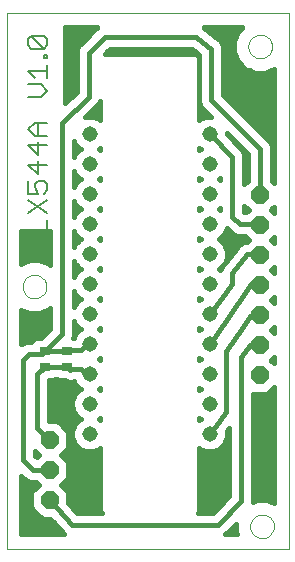
<source format=gbr>
G75*
%MOIN*%
%OFA0B0*%
%FSLAX24Y24*%
%IPPOS*%
%LPD*%
%AMOC8*
5,1,8,0,0,1.08239X$1,22.5*
%
%ADD10C,0.0000*%
%ADD11C,0.0060*%
%ADD12C,0.0515*%
%ADD13R,0.0354X0.0276*%
%ADD14OC8,0.0594*%
%ADD15C,0.0160*%
D10*
X006049Y004059D02*
X006049Y021915D01*
X015431Y021915D01*
X015431Y004059D01*
X006049Y004059D01*
X006570Y012793D02*
X006572Y012832D01*
X006578Y012871D01*
X006588Y012909D01*
X006601Y012946D01*
X006618Y012981D01*
X006638Y013015D01*
X006662Y013046D01*
X006689Y013075D01*
X006718Y013101D01*
X006750Y013124D01*
X006784Y013144D01*
X006820Y013160D01*
X006857Y013172D01*
X006896Y013181D01*
X006935Y013186D01*
X006974Y013187D01*
X007013Y013184D01*
X007052Y013177D01*
X007089Y013166D01*
X007126Y013152D01*
X007161Y013134D01*
X007194Y013113D01*
X007225Y013088D01*
X007253Y013061D01*
X007278Y013031D01*
X007300Y012998D01*
X007319Y012964D01*
X007334Y012928D01*
X007346Y012890D01*
X007354Y012852D01*
X007358Y012813D01*
X007358Y012773D01*
X007354Y012734D01*
X007346Y012696D01*
X007334Y012658D01*
X007319Y012622D01*
X007300Y012588D01*
X007278Y012555D01*
X007253Y012525D01*
X007225Y012498D01*
X007194Y012473D01*
X007161Y012452D01*
X007126Y012434D01*
X007089Y012420D01*
X007052Y012409D01*
X007013Y012402D01*
X006974Y012399D01*
X006935Y012400D01*
X006896Y012405D01*
X006857Y012414D01*
X006820Y012426D01*
X006784Y012442D01*
X006750Y012462D01*
X006718Y012485D01*
X006689Y012511D01*
X006662Y012540D01*
X006638Y012571D01*
X006618Y012605D01*
X006601Y012640D01*
X006588Y012677D01*
X006578Y012715D01*
X006572Y012754D01*
X006570Y012793D01*
X014090Y020795D02*
X014092Y020834D01*
X014098Y020873D01*
X014108Y020911D01*
X014121Y020948D01*
X014138Y020983D01*
X014158Y021017D01*
X014182Y021048D01*
X014209Y021077D01*
X014238Y021103D01*
X014270Y021126D01*
X014304Y021146D01*
X014340Y021162D01*
X014377Y021174D01*
X014416Y021183D01*
X014455Y021188D01*
X014494Y021189D01*
X014533Y021186D01*
X014572Y021179D01*
X014609Y021168D01*
X014646Y021154D01*
X014681Y021136D01*
X014714Y021115D01*
X014745Y021090D01*
X014773Y021063D01*
X014798Y021033D01*
X014820Y021000D01*
X014839Y020966D01*
X014854Y020930D01*
X014866Y020892D01*
X014874Y020854D01*
X014878Y020815D01*
X014878Y020775D01*
X014874Y020736D01*
X014866Y020698D01*
X014854Y020660D01*
X014839Y020624D01*
X014820Y020590D01*
X014798Y020557D01*
X014773Y020527D01*
X014745Y020500D01*
X014714Y020475D01*
X014681Y020454D01*
X014646Y020436D01*
X014609Y020422D01*
X014572Y020411D01*
X014533Y020404D01*
X014494Y020401D01*
X014455Y020402D01*
X014416Y020407D01*
X014377Y020416D01*
X014340Y020428D01*
X014304Y020444D01*
X014270Y020464D01*
X014238Y020487D01*
X014209Y020513D01*
X014182Y020542D01*
X014158Y020573D01*
X014138Y020607D01*
X014121Y020642D01*
X014108Y020679D01*
X014098Y020717D01*
X014092Y020756D01*
X014090Y020795D01*
X014155Y004801D02*
X014157Y004840D01*
X014163Y004879D01*
X014173Y004917D01*
X014186Y004954D01*
X014203Y004989D01*
X014223Y005023D01*
X014247Y005054D01*
X014274Y005083D01*
X014303Y005109D01*
X014335Y005132D01*
X014369Y005152D01*
X014405Y005168D01*
X014442Y005180D01*
X014481Y005189D01*
X014520Y005194D01*
X014559Y005195D01*
X014598Y005192D01*
X014637Y005185D01*
X014674Y005174D01*
X014711Y005160D01*
X014746Y005142D01*
X014779Y005121D01*
X014810Y005096D01*
X014838Y005069D01*
X014863Y005039D01*
X014885Y005006D01*
X014904Y004972D01*
X014919Y004936D01*
X014931Y004898D01*
X014939Y004860D01*
X014943Y004821D01*
X014943Y004781D01*
X014939Y004742D01*
X014931Y004704D01*
X014919Y004666D01*
X014904Y004630D01*
X014885Y004596D01*
X014863Y004563D01*
X014838Y004533D01*
X014810Y004506D01*
X014779Y004481D01*
X014746Y004460D01*
X014711Y004442D01*
X014674Y004428D01*
X014637Y004417D01*
X014598Y004410D01*
X014559Y004407D01*
X014520Y004408D01*
X014481Y004413D01*
X014442Y004422D01*
X014405Y004434D01*
X014369Y004450D01*
X014335Y004470D01*
X014303Y004493D01*
X014274Y004519D01*
X014247Y004548D01*
X014223Y004579D01*
X014203Y004613D01*
X014186Y004648D01*
X014173Y004685D01*
X014163Y004723D01*
X014157Y004762D01*
X014155Y004801D01*
D11*
X007394Y014173D02*
X007394Y014386D01*
X007394Y014279D02*
X006754Y014279D01*
X006754Y014173D02*
X006754Y014386D01*
X006754Y014602D02*
X007394Y014602D01*
X007394Y015029D01*
X007394Y015247D02*
X006754Y015674D01*
X006754Y015891D02*
X007074Y015891D01*
X006967Y016105D01*
X006967Y016212D01*
X007074Y016319D01*
X007287Y016319D01*
X007394Y016212D01*
X007394Y015998D01*
X007287Y015891D01*
X007394Y015674D02*
X006754Y015247D01*
X006754Y015891D02*
X006754Y016319D01*
X007074Y016536D02*
X007074Y016963D01*
X007074Y017181D02*
X007074Y017608D01*
X007074Y017825D02*
X007074Y018252D01*
X006967Y018252D02*
X007394Y018252D01*
X007394Y017825D02*
X006967Y017825D01*
X006754Y018039D01*
X006967Y018252D01*
X006754Y017501D02*
X007074Y017181D01*
X007394Y017501D02*
X006754Y017501D01*
X006754Y016856D02*
X007074Y016536D01*
X007394Y016856D02*
X006754Y016856D01*
X006754Y019114D02*
X007181Y019114D01*
X007394Y019328D01*
X007181Y019541D01*
X006754Y019541D01*
X006967Y019759D02*
X006754Y019972D01*
X007394Y019972D01*
X007394Y019759D02*
X007394Y020186D01*
X007394Y020403D02*
X007394Y020510D01*
X007287Y020510D01*
X007287Y020403D01*
X007394Y020403D01*
X007287Y020726D02*
X006860Y021153D01*
X007287Y021153D01*
X007394Y021046D01*
X007394Y020832D01*
X007287Y020726D01*
X006860Y020726D01*
X006754Y020832D01*
X006754Y021046D01*
X006860Y021153D01*
D12*
X008803Y017878D03*
X008803Y016878D03*
X008803Y015878D03*
X008803Y014878D03*
X008803Y013878D03*
X008803Y012878D03*
X008803Y011878D03*
X008803Y010878D03*
X008803Y009878D03*
X008803Y008878D03*
X008803Y007878D03*
X012803Y007878D03*
X012803Y008878D03*
X012803Y009878D03*
X012803Y010878D03*
X012803Y011878D03*
X012803Y012878D03*
X012803Y013878D03*
X012803Y014878D03*
X012803Y015878D03*
X012803Y016878D03*
X012803Y017878D03*
D13*
X008053Y010633D03*
X008053Y010122D03*
X007303Y010122D03*
X007303Y010633D03*
D14*
X007478Y007679D03*
X007478Y006679D03*
X007478Y005679D03*
X014470Y009846D03*
X014470Y010846D03*
X014470Y011846D03*
X014470Y012846D03*
X014470Y013846D03*
X014470Y014846D03*
X014470Y015846D03*
D15*
X014470Y017393D01*
X012864Y019000D01*
X012864Y020702D01*
X012352Y021116D01*
X009311Y021116D01*
X008769Y020574D01*
X008769Y019128D01*
X007874Y018232D01*
X007874Y011204D01*
X007303Y010633D01*
X007224Y010555D01*
X006771Y010555D01*
X006574Y010358D01*
X006574Y007011D01*
X006907Y006679D01*
X007478Y006679D01*
X007039Y007112D02*
X006974Y007177D01*
X006974Y007310D01*
X007106Y007179D01*
X007039Y007112D01*
X006995Y007157D02*
X007084Y007157D01*
X007478Y007679D02*
X007045Y008072D01*
X007045Y009864D01*
X007303Y010122D01*
X008053Y010122D01*
X008149Y010025D01*
X008132Y010043D02*
X008053Y010122D01*
X008132Y010043D02*
X008513Y010043D01*
X008679Y009878D01*
X008803Y009878D01*
X009105Y010378D02*
X009130Y010388D01*
X009143Y010401D01*
X009143Y010354D01*
X009130Y010367D01*
X009105Y010378D01*
X008803Y010878D02*
X008708Y010878D01*
X008513Y010683D01*
X008102Y010683D01*
X008053Y010633D01*
X007303Y010633D01*
X007195Y011091D02*
X007062Y011091D01*
X006944Y011043D01*
X006857Y010955D01*
X006692Y010955D01*
X006545Y010894D01*
X006529Y010878D01*
X006529Y012028D01*
X006790Y011919D01*
X007138Y011919D01*
X007459Y012052D01*
X007474Y012067D01*
X007474Y011370D01*
X007195Y011091D01*
X007223Y011120D02*
X006529Y011120D01*
X006529Y011278D02*
X007382Y011278D01*
X007474Y011437D02*
X006529Y011437D01*
X006529Y011595D02*
X007474Y011595D01*
X007474Y011754D02*
X006529Y011754D01*
X006529Y011912D02*
X007474Y011912D01*
X006863Y010961D02*
X006529Y010961D01*
X007445Y009664D02*
X007544Y009664D01*
X007661Y009713D01*
X007670Y009722D01*
X007685Y009722D01*
X007694Y009713D01*
X007812Y009664D01*
X007976Y009664D01*
X008070Y009625D01*
X008229Y009625D01*
X008272Y009643D01*
X008275Y009643D01*
X008313Y009550D01*
X008476Y009388D01*
X008501Y009378D01*
X008476Y009367D01*
X008313Y009205D01*
X008225Y008992D01*
X008225Y008763D01*
X008313Y008550D01*
X008476Y008388D01*
X008501Y008378D01*
X008476Y008367D01*
X008313Y008205D01*
X008225Y007992D01*
X008225Y007763D01*
X008313Y007550D01*
X008476Y007388D01*
X008688Y007300D01*
X008918Y007300D01*
X009130Y007388D01*
X009143Y007401D01*
X009143Y005311D01*
X009208Y005246D01*
X008393Y005246D01*
X008095Y005584D01*
X008095Y005934D01*
X007850Y006179D01*
X008095Y006423D01*
X008095Y006934D01*
X007850Y007179D01*
X008095Y007423D01*
X008095Y007934D01*
X007734Y008296D01*
X007445Y008296D01*
X007445Y009664D01*
X007445Y009535D02*
X008329Y009535D01*
X008497Y009376D02*
X007445Y009376D01*
X007445Y009218D02*
X008326Y009218D01*
X008253Y009059D02*
X007445Y009059D01*
X007445Y008901D02*
X008225Y008901D01*
X008234Y008742D02*
X007445Y008742D01*
X007445Y008584D02*
X008300Y008584D01*
X008439Y008425D02*
X007445Y008425D01*
X007763Y008267D02*
X008375Y008267D01*
X008273Y008108D02*
X007921Y008108D01*
X008080Y007950D02*
X008225Y007950D01*
X008225Y007791D02*
X008095Y007791D01*
X008095Y007633D02*
X008279Y007633D01*
X008390Y007474D02*
X008095Y007474D01*
X007987Y007316D02*
X008651Y007316D01*
X008955Y007316D02*
X009143Y007316D01*
X009143Y007157D02*
X007872Y007157D01*
X008031Y006999D02*
X009143Y006999D01*
X009143Y006840D02*
X008095Y006840D01*
X008095Y006682D02*
X009143Y006682D01*
X009143Y006523D02*
X008095Y006523D01*
X008036Y006365D02*
X009143Y006365D01*
X009143Y006206D02*
X007878Y006206D01*
X007982Y006048D02*
X009143Y006048D01*
X009143Y005889D02*
X008095Y005889D01*
X008095Y005731D02*
X009143Y005731D01*
X009143Y005572D02*
X008105Y005572D01*
X008245Y005414D02*
X009143Y005414D01*
X009199Y005255D02*
X008385Y005255D01*
X008212Y004846D02*
X007478Y005679D01*
X007489Y005062D02*
X007223Y005062D01*
X006861Y005423D01*
X006861Y005934D01*
X007106Y006179D01*
X007006Y006279D01*
X006828Y006279D01*
X006681Y006340D01*
X006529Y006491D01*
X006529Y004539D01*
X007950Y004539D01*
X007921Y004572D01*
X007873Y004619D01*
X007868Y004631D01*
X007489Y005062D01*
X007598Y004938D02*
X006529Y004938D01*
X006529Y004780D02*
X007738Y004780D01*
X007873Y004621D02*
X006529Y004621D01*
X006529Y005097D02*
X007188Y005097D01*
X007029Y005255D02*
X006529Y005255D01*
X006529Y005414D02*
X006871Y005414D01*
X006861Y005572D02*
X006529Y005572D01*
X006529Y005731D02*
X006861Y005731D01*
X006861Y005889D02*
X006529Y005889D01*
X006529Y006048D02*
X006974Y006048D01*
X007078Y006206D02*
X006529Y006206D01*
X006529Y006365D02*
X006656Y006365D01*
X008212Y004846D02*
X013071Y004846D01*
X013858Y005633D01*
X013858Y010456D01*
X014149Y010846D01*
X014470Y010846D01*
X014951Y010454D02*
X014843Y010346D01*
X014951Y010238D01*
X014951Y010454D01*
X014951Y010327D02*
X014861Y010327D01*
X014951Y009454D02*
X014951Y005580D01*
X014723Y005674D01*
X014375Y005674D01*
X014258Y005626D01*
X014258Y009229D01*
X014726Y009229D01*
X014951Y009454D01*
X014951Y009376D02*
X014873Y009376D01*
X014951Y009218D02*
X014258Y009218D01*
X014258Y009059D02*
X014951Y009059D01*
X014951Y008901D02*
X014258Y008901D01*
X014258Y008742D02*
X014951Y008742D01*
X014951Y008584D02*
X014258Y008584D01*
X014258Y008425D02*
X014951Y008425D01*
X014951Y008267D02*
X014258Y008267D01*
X014258Y008108D02*
X014951Y008108D01*
X014951Y007950D02*
X014258Y007950D01*
X014258Y007791D02*
X014951Y007791D01*
X014951Y007633D02*
X014258Y007633D01*
X014258Y007474D02*
X014951Y007474D01*
X014951Y007316D02*
X014258Y007316D01*
X014258Y007157D02*
X014951Y007157D01*
X014951Y006999D02*
X014258Y006999D01*
X014258Y006840D02*
X014951Y006840D01*
X014951Y006682D02*
X014258Y006682D01*
X014258Y006523D02*
X014951Y006523D01*
X014951Y006365D02*
X014258Y006365D01*
X014258Y006206D02*
X014951Y006206D01*
X014951Y006048D02*
X014258Y006048D01*
X014258Y005889D02*
X014951Y005889D01*
X014951Y005731D02*
X014258Y005731D01*
X013675Y004885D02*
X013675Y004627D01*
X013712Y004539D01*
X013329Y004539D01*
X013410Y004619D01*
X013675Y004885D01*
X013675Y004780D02*
X013570Y004780D01*
X013678Y004621D02*
X013411Y004621D01*
X013410Y004619D02*
X013410Y004619D01*
X012905Y005246D02*
X012398Y005246D01*
X012463Y005311D01*
X012463Y007401D01*
X012476Y007388D01*
X012688Y007300D01*
X012918Y007300D01*
X013130Y007388D01*
X013292Y007550D01*
X013380Y007763D01*
X013380Y007987D01*
X013458Y008092D01*
X013458Y005799D01*
X012905Y005246D01*
X012914Y005255D02*
X012407Y005255D01*
X012463Y005414D02*
X013072Y005414D01*
X013231Y005572D02*
X012463Y005572D01*
X012463Y005731D02*
X013389Y005731D01*
X013458Y005889D02*
X012463Y005889D01*
X012463Y006048D02*
X013458Y006048D01*
X013458Y006206D02*
X012463Y006206D01*
X012463Y006365D02*
X013458Y006365D01*
X013458Y006523D02*
X012463Y006523D01*
X012463Y006682D02*
X013458Y006682D01*
X013458Y006840D02*
X012463Y006840D01*
X012463Y006999D02*
X013458Y006999D01*
X013458Y007157D02*
X012463Y007157D01*
X012463Y007316D02*
X012651Y007316D01*
X012955Y007316D02*
X013458Y007316D01*
X013458Y007474D02*
X013216Y007474D01*
X013326Y007633D02*
X013458Y007633D01*
X013458Y007791D02*
X013380Y007791D01*
X013380Y007950D02*
X013458Y007950D01*
X012803Y007878D02*
X013356Y008628D01*
X013356Y010659D01*
X013901Y011431D01*
X014153Y011824D01*
X014470Y011846D01*
X014951Y011454D02*
X014843Y011346D01*
X014951Y011238D01*
X014951Y011454D01*
X014951Y011437D02*
X014933Y011437D01*
X014910Y011278D02*
X014951Y011278D01*
X014951Y012238D02*
X014951Y012454D01*
X014843Y012346D01*
X014951Y012238D01*
X014951Y012388D02*
X014884Y012388D01*
X014470Y012846D02*
X014439Y012878D01*
X014187Y012878D01*
X014187Y012889D01*
X012803Y010878D01*
X012501Y011378D02*
X012476Y011367D01*
X012463Y011354D01*
X012463Y011401D01*
X012476Y011388D01*
X012501Y011378D01*
X012803Y011878D02*
X013553Y012883D01*
X013553Y013244D01*
X014059Y013878D01*
X014439Y013878D01*
X014470Y013846D01*
X014029Y014278D02*
X014098Y014346D01*
X013966Y014478D01*
X013882Y014478D01*
X013723Y014478D01*
X013576Y014538D01*
X013372Y014743D01*
X013292Y014550D01*
X013130Y014388D01*
X013105Y014378D01*
X013130Y014367D01*
X013292Y014205D01*
X013380Y013992D01*
X013380Y013763D01*
X013299Y013567D01*
X013711Y014083D01*
X013720Y014104D01*
X013760Y014145D01*
X013796Y014189D01*
X013816Y014200D01*
X013832Y014217D01*
X013885Y014239D01*
X013935Y014266D01*
X013958Y014269D01*
X013979Y014278D01*
X014029Y014278D01*
X014041Y014290D02*
X013207Y014290D01*
X013190Y014448D02*
X013996Y014448D01*
X013803Y014878D02*
X013553Y015128D01*
X013553Y017128D01*
X012803Y017878D01*
X012581Y018411D02*
X012463Y018411D01*
X012476Y018367D02*
X012463Y018354D01*
X012463Y020444D01*
X012369Y020538D01*
X009298Y020538D01*
X009476Y020716D01*
X012211Y020716D01*
X012464Y020511D01*
X012464Y018920D01*
X012525Y018773D01*
X012637Y018661D01*
X012843Y018455D01*
X012688Y018455D01*
X012476Y018367D01*
X012463Y018569D02*
X012729Y018569D01*
X012570Y018728D02*
X012463Y018728D01*
X012463Y018886D02*
X012478Y018886D01*
X012463Y019045D02*
X012464Y019045D01*
X012463Y019203D02*
X012464Y019203D01*
X012463Y019362D02*
X012464Y019362D01*
X012463Y019520D02*
X012464Y019520D01*
X012463Y019679D02*
X012464Y019679D01*
X012463Y019837D02*
X012464Y019837D01*
X012463Y019996D02*
X012464Y019996D01*
X012463Y020154D02*
X012464Y020154D01*
X012463Y020313D02*
X012464Y020313D01*
X012464Y020471D02*
X012436Y020471D01*
X012317Y020630D02*
X009390Y020630D01*
X008893Y021264D02*
X007977Y021264D01*
X007977Y021422D02*
X009051Y021422D01*
X009064Y021435D02*
X008543Y020914D01*
X008430Y020801D01*
X008369Y020654D01*
X008369Y019293D01*
X007977Y018901D01*
X007977Y021435D01*
X009064Y021435D01*
X008734Y021105D02*
X007977Y021105D01*
X007977Y020947D02*
X008576Y020947D01*
X008425Y020788D02*
X007977Y020788D01*
X007977Y020630D02*
X008369Y020630D01*
X008369Y020471D02*
X007977Y020471D01*
X007977Y020313D02*
X008369Y020313D01*
X008369Y020154D02*
X007977Y020154D01*
X007977Y019996D02*
X008369Y019996D01*
X008369Y019837D02*
X007977Y019837D01*
X007977Y019679D02*
X008369Y019679D01*
X008369Y019520D02*
X007977Y019520D01*
X007977Y019362D02*
X008369Y019362D01*
X008279Y019203D02*
X007977Y019203D01*
X007977Y019045D02*
X008121Y019045D01*
X008645Y018437D02*
X009108Y018901D01*
X009143Y018984D01*
X009143Y018354D01*
X009130Y018367D01*
X008918Y018455D01*
X008688Y018455D01*
X008645Y018437D01*
X008777Y018569D02*
X009143Y018569D01*
X009143Y018411D02*
X009025Y018411D01*
X008935Y018728D02*
X009143Y018728D01*
X009143Y018886D02*
X009094Y018886D01*
X008274Y017646D02*
X008313Y017550D01*
X008476Y017388D01*
X008501Y017378D01*
X008476Y017367D01*
X008313Y017205D01*
X008274Y017109D01*
X008274Y017646D01*
X008274Y017618D02*
X008285Y017618D01*
X008274Y017460D02*
X008404Y017460D01*
X008410Y017301D02*
X008274Y017301D01*
X008274Y017143D02*
X008288Y017143D01*
X008274Y016646D02*
X008313Y016550D01*
X008476Y016388D01*
X008501Y016378D01*
X008476Y016367D01*
X008313Y016205D01*
X008274Y016109D01*
X008274Y016646D01*
X008274Y016509D02*
X008355Y016509D01*
X008274Y016350D02*
X008459Y016350D01*
X008308Y016192D02*
X008274Y016192D01*
X008274Y015646D02*
X008313Y015550D01*
X008476Y015388D01*
X008501Y015378D01*
X008476Y015367D01*
X008313Y015205D01*
X008274Y015109D01*
X008274Y015646D01*
X008274Y015558D02*
X008310Y015558D01*
X008274Y015399D02*
X008465Y015399D01*
X008349Y015241D02*
X008274Y015241D01*
X008274Y014646D02*
X008313Y014550D01*
X008476Y014388D01*
X008501Y014378D01*
X008476Y014367D01*
X008313Y014205D01*
X008274Y014109D01*
X008274Y014646D01*
X008274Y014607D02*
X008290Y014607D01*
X008274Y014448D02*
X008416Y014448D01*
X008398Y014290D02*
X008274Y014290D01*
X008274Y014131D02*
X008283Y014131D01*
X008274Y013646D02*
X008313Y013550D01*
X008476Y013388D01*
X008501Y013378D01*
X008476Y013367D01*
X008313Y013205D01*
X008274Y013109D01*
X008274Y013646D01*
X008274Y013497D02*
X008367Y013497D01*
X008447Y013339D02*
X008274Y013339D01*
X008274Y013180D02*
X008303Y013180D01*
X008274Y012646D02*
X008313Y012550D01*
X008476Y012388D01*
X008501Y012378D01*
X008476Y012367D01*
X008313Y012205D01*
X008274Y012109D01*
X008274Y012646D01*
X008274Y012546D02*
X008318Y012546D01*
X008274Y012388D02*
X008477Y012388D01*
X008338Y012229D02*
X008274Y012229D01*
X008274Y011646D02*
X008313Y011550D01*
X008476Y011388D01*
X008501Y011378D01*
X008476Y011367D01*
X008313Y011205D01*
X008266Y011091D01*
X008260Y011091D01*
X008274Y011125D01*
X008274Y011646D01*
X008274Y011595D02*
X008295Y011595D01*
X008274Y011437D02*
X008427Y011437D01*
X008387Y011278D02*
X008274Y011278D01*
X008272Y011120D02*
X008278Y011120D01*
X009105Y011378D02*
X009130Y011388D01*
X009143Y011401D01*
X009143Y011354D01*
X009130Y011367D01*
X009105Y011378D01*
X009143Y012354D02*
X009130Y012367D01*
X009105Y012378D01*
X009130Y012388D01*
X009143Y012401D01*
X009143Y012354D01*
X009143Y012388D02*
X009129Y012388D01*
X009143Y013354D02*
X009130Y013367D01*
X009105Y013378D01*
X009130Y013388D01*
X009143Y013401D01*
X009143Y013354D01*
X009143Y014354D02*
X009130Y014367D01*
X009105Y014378D01*
X009130Y014388D01*
X009143Y014401D01*
X009143Y014354D01*
X009143Y015354D02*
X009130Y015367D01*
X009105Y015378D01*
X009130Y015388D01*
X009143Y015401D01*
X009143Y015354D01*
X009141Y015399D02*
X009143Y015399D01*
X009143Y016354D02*
X009130Y016367D01*
X009105Y016378D01*
X009130Y016388D01*
X009143Y016401D01*
X009143Y016354D01*
X009143Y017354D02*
X009130Y017367D01*
X009105Y017378D01*
X009130Y017388D01*
X009143Y017401D01*
X009143Y017354D01*
X007474Y014655D02*
X007474Y013519D01*
X007459Y013534D01*
X007138Y013667D01*
X006790Y013667D01*
X006529Y013558D01*
X006529Y014655D01*
X007474Y014655D01*
X007474Y014607D02*
X006529Y014607D01*
X006529Y014448D02*
X007474Y014448D01*
X007474Y014290D02*
X006529Y014290D01*
X006529Y014131D02*
X007474Y014131D01*
X007474Y013973D02*
X006529Y013973D01*
X006529Y013814D02*
X007474Y013814D01*
X007474Y013656D02*
X007165Y013656D01*
X006764Y013656D02*
X006529Y013656D01*
X007614Y009693D02*
X007741Y009693D01*
X009105Y009378D02*
X009130Y009388D01*
X009143Y009401D01*
X009143Y009354D01*
X009130Y009367D01*
X009105Y009378D01*
X009108Y009376D02*
X009143Y009376D01*
X009143Y008401D02*
X009143Y008354D01*
X009130Y008367D01*
X009105Y008378D01*
X009130Y008388D01*
X009143Y008401D01*
X012463Y008401D02*
X012476Y008388D01*
X012501Y008378D01*
X012476Y008367D01*
X012463Y008354D01*
X012463Y008401D01*
X012463Y009354D02*
X012463Y009401D01*
X012476Y009388D01*
X012501Y009378D01*
X012476Y009367D01*
X012463Y009354D01*
X012463Y009376D02*
X012497Y009376D01*
X012463Y010354D02*
X012463Y010401D01*
X012476Y010388D01*
X012501Y010378D01*
X012476Y010367D01*
X012463Y010354D01*
X012463Y012354D02*
X012463Y012401D01*
X012476Y012388D01*
X012501Y012378D01*
X012476Y012367D01*
X012463Y012354D01*
X012463Y012388D02*
X012477Y012388D01*
X012463Y013354D02*
X012463Y013401D01*
X012476Y013388D01*
X012501Y013378D01*
X012476Y013367D01*
X012463Y013354D01*
X013105Y013378D02*
X013130Y013388D01*
X013260Y013518D01*
X013254Y013511D01*
X013214Y013470D01*
X013205Y013449D01*
X013191Y013431D01*
X013175Y013376D01*
X013159Y013338D01*
X013130Y013367D01*
X013105Y013378D01*
X013158Y013339D02*
X013159Y013339D01*
X013239Y013497D02*
X013241Y013497D01*
X013336Y013656D02*
X013370Y013656D01*
X013380Y013814D02*
X013496Y013814D01*
X013380Y013973D02*
X013623Y013973D01*
X013747Y014131D02*
X013323Y014131D01*
X013316Y014607D02*
X013508Y014607D01*
X013803Y014878D02*
X014439Y014878D01*
X014470Y014846D01*
X014029Y015278D02*
X014098Y015346D01*
X013953Y015491D01*
X013953Y015293D01*
X013969Y015278D01*
X014029Y015278D01*
X014045Y015399D02*
X013953Y015399D01*
X013953Y016201D02*
X013953Y017207D01*
X013892Y017354D01*
X013380Y017866D01*
X013380Y017917D01*
X014070Y017228D01*
X014070Y016318D01*
X013953Y016201D01*
X013953Y016350D02*
X014070Y016350D01*
X014070Y016509D02*
X013953Y016509D01*
X013953Y016667D02*
X014070Y016667D01*
X014070Y016826D02*
X013953Y016826D01*
X013953Y016984D02*
X014070Y016984D01*
X014070Y017143D02*
X013953Y017143D01*
X013914Y017301D02*
X013997Y017301D01*
X013838Y017460D02*
X013786Y017460D01*
X013680Y017618D02*
X013628Y017618D01*
X013521Y017777D02*
X013469Y017777D01*
X014019Y018411D02*
X014951Y018411D01*
X014951Y018569D02*
X013860Y018569D01*
X013702Y018728D02*
X014951Y018728D01*
X014951Y018886D02*
X013543Y018886D01*
X013385Y019045D02*
X014951Y019045D01*
X014951Y019203D02*
X013264Y019203D01*
X013264Y019165D02*
X013264Y020645D01*
X013270Y020666D01*
X013264Y020724D01*
X013264Y020782D01*
X013255Y020802D01*
X013253Y020824D01*
X013225Y020875D01*
X013203Y020929D01*
X013188Y020944D01*
X013177Y020964D01*
X013132Y021000D01*
X013090Y021041D01*
X013070Y021050D01*
X012620Y021414D01*
X012599Y021435D01*
X013888Y021435D01*
X013743Y021290D01*
X013610Y020969D01*
X013610Y020621D01*
X013743Y020300D01*
X013989Y020054D01*
X014310Y019921D01*
X014658Y019921D01*
X014951Y020043D01*
X014951Y016238D01*
X014870Y016318D01*
X014870Y017473D01*
X014809Y017620D01*
X013264Y019165D01*
X013264Y019362D02*
X014951Y019362D01*
X014951Y019520D02*
X013264Y019520D01*
X013264Y019679D02*
X014951Y019679D01*
X014951Y019837D02*
X013264Y019837D01*
X013264Y019996D02*
X014131Y019996D01*
X013889Y020154D02*
X013264Y020154D01*
X013264Y020313D02*
X013738Y020313D01*
X013672Y020471D02*
X013264Y020471D01*
X013264Y020630D02*
X013610Y020630D01*
X013610Y020788D02*
X013261Y020788D01*
X013186Y020947D02*
X013610Y020947D01*
X013667Y021105D02*
X013002Y021105D01*
X012806Y021264D02*
X013732Y021264D01*
X013876Y021422D02*
X012611Y021422D01*
X014837Y019996D02*
X014951Y019996D01*
X014951Y018252D02*
X014177Y018252D01*
X014336Y018094D02*
X014951Y018094D01*
X014951Y017935D02*
X014494Y017935D01*
X014653Y017777D02*
X014951Y017777D01*
X014951Y017618D02*
X014810Y017618D01*
X014870Y017460D02*
X014951Y017460D01*
X014951Y017301D02*
X014870Y017301D01*
X014870Y017143D02*
X014951Y017143D01*
X014951Y016984D02*
X014870Y016984D01*
X014870Y016826D02*
X014951Y016826D01*
X014951Y016667D02*
X014870Y016667D01*
X014870Y016509D02*
X014951Y016509D01*
X014951Y016350D02*
X014870Y016350D01*
X014951Y015454D02*
X014951Y015238D01*
X014843Y015346D01*
X014951Y015454D01*
X014951Y015399D02*
X014896Y015399D01*
X014948Y015241D02*
X014951Y015241D01*
X014951Y014454D02*
X014951Y014238D01*
X014843Y014346D01*
X014951Y014454D01*
X014951Y014448D02*
X014945Y014448D01*
X014951Y014290D02*
X014899Y014290D01*
X014951Y013454D02*
X014951Y013238D01*
X014843Y013346D01*
X014951Y013454D01*
X014951Y013339D02*
X014850Y013339D01*
X013153Y015344D02*
X013130Y015367D01*
X013105Y015378D01*
X013130Y015388D01*
X013153Y015411D01*
X013153Y015344D01*
X013153Y015399D02*
X013141Y015399D01*
X012501Y015378D02*
X012476Y015367D01*
X012463Y015354D01*
X012463Y015401D01*
X012476Y015388D01*
X012501Y015378D01*
X012465Y015399D02*
X012463Y015399D01*
X012463Y016354D02*
X012463Y016401D01*
X012476Y016388D01*
X012501Y016378D01*
X012476Y016367D01*
X012463Y016354D01*
X013105Y016378D02*
X013130Y016388D01*
X013153Y016411D01*
X013153Y016344D01*
X013130Y016367D01*
X013105Y016378D01*
X013147Y016350D02*
X013153Y016350D01*
X012501Y017378D02*
X012476Y017367D01*
X012463Y017354D01*
X012463Y017401D01*
X012476Y017388D01*
X012501Y017378D01*
X012463Y014401D02*
X012476Y014388D01*
X012501Y014378D01*
X012476Y014367D01*
X012463Y014354D01*
X012463Y014401D01*
M02*

</source>
